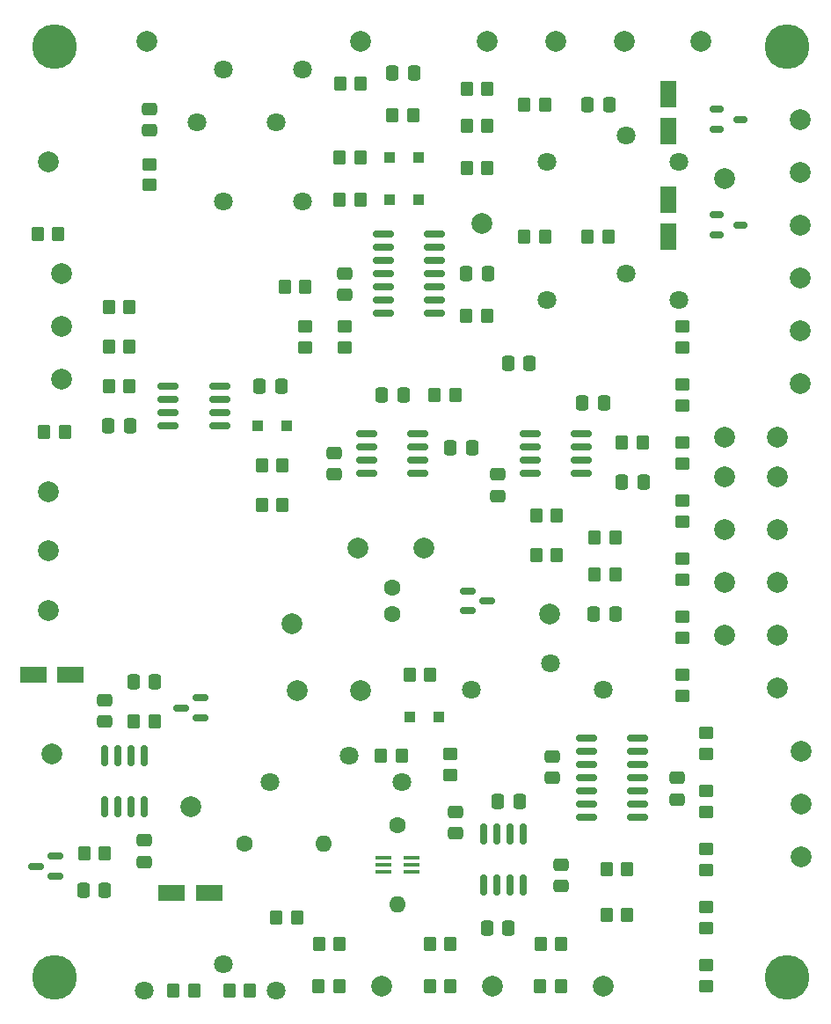
<source format=gbr>
%TF.GenerationSoftware,KiCad,Pcbnew,7.0.9-7.0.9~ubuntu23.04.1*%
%TF.CreationDate,2024-01-02T14:37:14+01:00*%
%TF.ProjectId,vco_1,76636f5f-312e-46b6-9963-61645f706362,rev?*%
%TF.SameCoordinates,Original*%
%TF.FileFunction,Soldermask,Top*%
%TF.FilePolarity,Negative*%
%FSLAX46Y46*%
G04 Gerber Fmt 4.6, Leading zero omitted, Abs format (unit mm)*
G04 Created by KiCad (PCBNEW 7.0.9-7.0.9~ubuntu23.04.1) date 2024-01-02 14:37:14*
%MOMM*%
%LPD*%
G01*
G04 APERTURE LIST*
G04 Aperture macros list*
%AMRoundRect*
0 Rectangle with rounded corners*
0 $1 Rounding radius*
0 $2 $3 $4 $5 $6 $7 $8 $9 X,Y pos of 4 corners*
0 Add a 4 corners polygon primitive as box body*
4,1,4,$2,$3,$4,$5,$6,$7,$8,$9,$2,$3,0*
0 Add four circle primitives for the rounded corners*
1,1,$1+$1,$2,$3*
1,1,$1+$1,$4,$5*
1,1,$1+$1,$6,$7*
1,1,$1+$1,$8,$9*
0 Add four rect primitives between the rounded corners*
20,1,$1+$1,$2,$3,$4,$5,0*
20,1,$1+$1,$4,$5,$6,$7,0*
20,1,$1+$1,$6,$7,$8,$9,0*
20,1,$1+$1,$8,$9,$2,$3,0*%
G04 Aperture macros list end*
%ADD10C,2.000000*%
%ADD11RoundRect,0.250000X-0.337500X-0.475000X0.337500X-0.475000X0.337500X0.475000X-0.337500X0.475000X0*%
%ADD12RoundRect,0.250000X0.350000X0.450000X-0.350000X0.450000X-0.350000X-0.450000X0.350000X-0.450000X0*%
%ADD13RoundRect,0.250000X-0.350000X-0.450000X0.350000X-0.450000X0.350000X0.450000X-0.350000X0.450000X0*%
%ADD14RoundRect,0.250000X0.450000X-0.350000X0.450000X0.350000X-0.450000X0.350000X-0.450000X-0.350000X0*%
%ADD15RoundRect,0.250000X0.337500X0.475000X-0.337500X0.475000X-0.337500X-0.475000X0.337500X-0.475000X0*%
%ADD16RoundRect,0.250000X0.475000X-0.337500X0.475000X0.337500X-0.475000X0.337500X-0.475000X-0.337500X0*%
%ADD17C,4.300000*%
%ADD18RoundRect,0.250000X1.050000X0.550000X-1.050000X0.550000X-1.050000X-0.550000X1.050000X-0.550000X0*%
%ADD19RoundRect,0.250000X-0.475000X0.337500X-0.475000X-0.337500X0.475000X-0.337500X0.475000X0.337500X0*%
%ADD20RoundRect,0.150000X-0.825000X-0.150000X0.825000X-0.150000X0.825000X0.150000X-0.825000X0.150000X0*%
%ADD21C,1.600000*%
%ADD22O,1.600000X1.600000*%
%ADD23RoundRect,0.150000X0.150000X-0.825000X0.150000X0.825000X-0.150000X0.825000X-0.150000X-0.825000X0*%
%ADD24RoundRect,0.250000X-0.550000X1.050000X-0.550000X-1.050000X0.550000X-1.050000X0.550000X1.050000X0*%
%ADD25RoundRect,0.150000X-0.512500X-0.150000X0.512500X-0.150000X0.512500X0.150000X-0.512500X0.150000X0*%
%ADD26RoundRect,0.250000X-0.300000X-0.300000X0.300000X-0.300000X0.300000X0.300000X-0.300000X0.300000X0*%
%ADD27RoundRect,0.150000X0.587500X0.150000X-0.587500X0.150000X-0.587500X-0.150000X0.587500X-0.150000X0*%
%ADD28RoundRect,0.150000X-0.587500X-0.150000X0.587500X-0.150000X0.587500X0.150000X-0.587500X0.150000X0*%
%ADD29RoundRect,0.250000X0.300000X0.300000X-0.300000X0.300000X-0.300000X-0.300000X0.300000X-0.300000X0*%
%ADD30RoundRect,0.250000X-1.050000X-0.550000X1.050000X-0.550000X1.050000X0.550000X-1.050000X0.550000X0*%
%ADD31RoundRect,0.250000X-0.450000X0.350000X-0.450000X-0.350000X0.450000X-0.350000X0.450000X0.350000X0*%
%ADD32R,1.500000X0.400000*%
%ADD33RoundRect,0.250000X0.550000X-1.050000X0.550000X1.050000X-0.550000X1.050000X-0.550000X-1.050000X0*%
%ADD34C,1.800000*%
G04 APERTURE END LIST*
D10*
%TO.C,TP7*%
X67564000Y-109347000D03*
%TD*%
D11*
%TO.C,C18*%
X88900000Y-81661000D03*
X90975000Y-81661000D03*
%TD*%
D12*
%TO.C,R45*%
X72612000Y-53975000D03*
X70612000Y-53975000D03*
%TD*%
D13*
%TO.C,R1*%
X45698500Y-112265000D03*
X47698500Y-112265000D03*
%TD*%
D10*
%TO.C,SW2*%
X107696000Y-84963000D03*
X107696000Y-88773000D03*
X107696000Y-93853000D03*
X107696000Y-98933000D03*
X107696000Y-104013000D03*
X107696000Y-109093000D03*
X102616000Y-84963000D03*
X102616000Y-88773000D03*
X102616000Y-93853000D03*
X102616000Y-98933000D03*
X102616000Y-104013000D03*
%TD*%
D12*
%TO.C,R23*%
X86868000Y-133731000D03*
X84868000Y-133731000D03*
%TD*%
D14*
%TO.C,R18*%
X98552000Y-81899000D03*
X98552000Y-79899000D03*
%TD*%
D12*
%TO.C,R21*%
X76200000Y-137795000D03*
X74200000Y-137795000D03*
%TD*%
D10*
%TO.C,J10*%
X37465000Y-101600000D03*
%TD*%
D11*
%TO.C,C29*%
X89408000Y-52959000D03*
X91483000Y-52959000D03*
%TD*%
D15*
%TO.C,C8*%
X81809500Y-132207000D03*
X79734500Y-132207000D03*
%TD*%
D16*
%TO.C,C15*%
X65024000Y-88519000D03*
X65024000Y-86444000D03*
%TD*%
D14*
%TO.C,R56*%
X100838000Y-137763000D03*
X100838000Y-135763000D03*
%TD*%
D11*
%TO.C,C20*%
X92710000Y-89281000D03*
X94785000Y-89281000D03*
%TD*%
D14*
%TO.C,R16*%
X98552000Y-93075000D03*
X98552000Y-91075000D03*
%TD*%
%TO.C,R19*%
X98552000Y-76295000D03*
X98552000Y-74295000D03*
%TD*%
D17*
%TO.C,REF\u002A\u002A*%
X38100000Y-47371000D03*
%TD*%
D18*
%TO.C,C3*%
X39646000Y-107820000D03*
X36046000Y-107820000D03*
%TD*%
D19*
%TO.C,C10*%
X86868000Y-126089500D03*
X86868000Y-128164500D03*
%TD*%
D20*
%TO.C,U10*%
X49025000Y-80010000D03*
X49025000Y-81280000D03*
X49025000Y-82550000D03*
X49025000Y-83820000D03*
X53975000Y-83820000D03*
X53975000Y-82550000D03*
X53975000Y-81280000D03*
X53975000Y-80010000D03*
%TD*%
D21*
%TO.C,TH1*%
X71120000Y-122301000D03*
D22*
X71120000Y-129921000D03*
%TD*%
D20*
%TO.C,U9*%
X69726000Y-65405000D03*
X69726000Y-66675000D03*
X69726000Y-67945000D03*
X69726000Y-69215000D03*
X69726000Y-70485000D03*
X69726000Y-71755000D03*
X69726000Y-73025000D03*
X74676000Y-73025000D03*
X74676000Y-71755000D03*
X74676000Y-70485000D03*
X74676000Y-69215000D03*
X74676000Y-67945000D03*
X74676000Y-66675000D03*
X74676000Y-65405000D03*
%TD*%
D10*
%TO.C,TP9*%
X86360000Y-46863000D03*
%TD*%
D23*
%TO.C,U3*%
X42926000Y-120520000D03*
X44196000Y-120520000D03*
X45466000Y-120520000D03*
X46736000Y-120520000D03*
X46736000Y-115570000D03*
X45466000Y-115570000D03*
X44196000Y-115570000D03*
X42926000Y-115570000D03*
%TD*%
D12*
%TO.C,R25*%
X93218000Y-130937000D03*
X91218000Y-130937000D03*
%TD*%
D24*
%TO.C,C2*%
X97155000Y-51921000D03*
X97155000Y-55521000D03*
%TD*%
D11*
%TO.C,C16*%
X40851000Y-128521000D03*
X42926000Y-128521000D03*
%TD*%
D10*
%TO.C,TP4*%
X51181000Y-120520000D03*
%TD*%
D16*
%TO.C,C23*%
X47244000Y-55415000D03*
X47244000Y-53340000D03*
%TD*%
D20*
%TO.C,U7*%
X68137000Y-84582000D03*
X68137000Y-85852000D03*
X68137000Y-87122000D03*
X68137000Y-88392000D03*
X73087000Y-88392000D03*
X73087000Y-87122000D03*
X73087000Y-85852000D03*
X73087000Y-84582000D03*
%TD*%
D12*
%TO.C,R20*%
X93218000Y-126492000D03*
X91218000Y-126492000D03*
%TD*%
D17*
%TO.C,REF\u002A\u002A*%
X108585000Y-47371000D03*
%TD*%
D13*
%TO.C,R42*%
X84455000Y-96266000D03*
X86455000Y-96266000D03*
%TD*%
D25*
%TO.C,Q2*%
X101865000Y-63566000D03*
X101865000Y-65466000D03*
X104140000Y-64516000D03*
%TD*%
D26*
%TO.C,D2*%
X70352000Y-62103000D03*
X73152000Y-62103000D03*
%TD*%
D14*
%TO.C,R15*%
X98552000Y-98647000D03*
X98552000Y-96647000D03*
%TD*%
D19*
%TO.C,C19*%
X80772000Y-88519000D03*
X80772000Y-90594000D03*
%TD*%
D13*
%TO.C,R44*%
X92710000Y-85471000D03*
X94710000Y-85471000D03*
%TD*%
D27*
%TO.C,U1*%
X52118500Y-111945000D03*
X52118500Y-110045000D03*
X50243500Y-110995000D03*
%TD*%
D12*
%TO.C,R29*%
X71501000Y-115570000D03*
X69501000Y-115570000D03*
%TD*%
D13*
%TO.C,R36*%
X77756000Y-51435000D03*
X79756000Y-51435000D03*
%TD*%
D12*
%TO.C,R38*%
X79756000Y-59055000D03*
X77756000Y-59055000D03*
%TD*%
D28*
%TO.C,Q3*%
X77881000Y-99761000D03*
X77881000Y-101661000D03*
X79756000Y-100711000D03*
%TD*%
D29*
%TO.C,D4*%
X60455000Y-83820000D03*
X57655000Y-83820000D03*
%TD*%
D13*
%TO.C,R62*%
X43320000Y-72390000D03*
X45320000Y-72390000D03*
%TD*%
D16*
%TO.C,C24*%
X85979000Y-117729000D03*
X85979000Y-115654000D03*
%TD*%
D12*
%TO.C,R7*%
X65532000Y-133731000D03*
X63532000Y-133731000D03*
%TD*%
D13*
%TO.C,R47*%
X65532000Y-58039000D03*
X67532000Y-58039000D03*
%TD*%
%TO.C,R30*%
X72260000Y-107823000D03*
X74260000Y-107823000D03*
%TD*%
D14*
%TO.C,R12*%
X100838000Y-115411000D03*
X100838000Y-113411000D03*
%TD*%
D15*
%TO.C,C22*%
X72687000Y-49911000D03*
X70612000Y-49911000D03*
%TD*%
D10*
%TO.C,TP11*%
X73660000Y-95631000D03*
%TD*%
D25*
%TO.C,Q1*%
X101865000Y-53406000D03*
X101865000Y-55306000D03*
X104140000Y-54356000D03*
%TD*%
D15*
%TO.C,C11*%
X82847000Y-120015000D03*
X80772000Y-120015000D03*
%TD*%
D14*
%TO.C,R13*%
X98552000Y-109823000D03*
X98552000Y-107823000D03*
%TD*%
D15*
%TO.C,C28*%
X92075000Y-101981000D03*
X90000000Y-101981000D03*
%TD*%
D13*
%TO.C,R37*%
X83312000Y-52959000D03*
X85312000Y-52959000D03*
%TD*%
D30*
%TO.C,C30*%
X49381000Y-128775000D03*
X52981000Y-128775000D03*
%TD*%
D14*
%TO.C,R14*%
X98552000Y-104235000D03*
X98552000Y-102235000D03*
%TD*%
D13*
%TO.C,R27*%
X49546000Y-138176000D03*
X51546000Y-138176000D03*
%TD*%
D20*
%TO.C,U4*%
X89284000Y-113919000D03*
X89284000Y-115189000D03*
X89284000Y-116459000D03*
X89284000Y-117729000D03*
X89284000Y-118999000D03*
X89284000Y-120269000D03*
X89284000Y-121539000D03*
X94234000Y-121539000D03*
X94234000Y-120269000D03*
X94234000Y-118999000D03*
X94234000Y-117729000D03*
X94234000Y-116459000D03*
X94234000Y-115189000D03*
X94234000Y-113919000D03*
%TD*%
D31*
%TO.C,R55*%
X62230000Y-74295000D03*
X62230000Y-76295000D03*
%TD*%
D10*
%TO.C,J2*%
X109855000Y-79756000D03*
X109855000Y-74676000D03*
X109855000Y-69596000D03*
%TD*%
D12*
%TO.C,R22*%
X86852000Y-137795000D03*
X84852000Y-137795000D03*
%TD*%
D16*
%TO.C,C9*%
X76708000Y-123063000D03*
X76708000Y-120988000D03*
%TD*%
D10*
%TO.C,J6*%
X79756000Y-46863000D03*
%TD*%
%TO.C,TP10*%
X67310000Y-95631000D03*
%TD*%
D13*
%TO.C,R53*%
X60230000Y-70485000D03*
X62230000Y-70485000D03*
%TD*%
D14*
%TO.C,R17*%
X98552000Y-87487000D03*
X98552000Y-85487000D03*
%TD*%
D10*
%TO.C,RV2*%
X109982000Y-125349000D03*
X109982000Y-120269000D03*
X109982000Y-115189000D03*
%TD*%
D31*
%TO.C,R54*%
X66040000Y-74295000D03*
X66040000Y-76295000D03*
%TD*%
D16*
%TO.C,C6*%
X42926000Y-112330000D03*
X42926000Y-110255000D03*
%TD*%
D10*
%TO.C,J3*%
X90932000Y-137795000D03*
%TD*%
%TO.C,TP1*%
X102616000Y-60071000D03*
%TD*%
D11*
%TO.C,C14*%
X76200000Y-85979000D03*
X78275000Y-85979000D03*
%TD*%
D13*
%TO.C,R28*%
X59452000Y-131191000D03*
X61452000Y-131191000D03*
%TD*%
D10*
%TO.C,J4*%
X80264000Y-137795000D03*
%TD*%
D13*
%TO.C,R49*%
X65564000Y-50927000D03*
X67564000Y-50927000D03*
%TD*%
D11*
%TO.C,C27*%
X45698500Y-108455000D03*
X47773500Y-108455000D03*
%TD*%
D16*
%TO.C,C25*%
X98044000Y-119804000D03*
X98044000Y-117729000D03*
%TD*%
D12*
%TO.C,R59*%
X60055000Y-87630000D03*
X58055000Y-87630000D03*
%TD*%
%TO.C,R61*%
X45320000Y-80010000D03*
X43320000Y-80010000D03*
%TD*%
D10*
%TO.C,J1*%
X109855000Y-64516000D03*
X109855000Y-59436000D03*
X109855000Y-54356000D03*
%TD*%
D16*
%TO.C,C7*%
X46736000Y-125835000D03*
X46736000Y-123760000D03*
%TD*%
D10*
%TO.C,TP6*%
X61468000Y-109347000D03*
%TD*%
%TO.C,J9*%
X37465000Y-90170000D03*
%TD*%
D11*
%TO.C,C26*%
X69596000Y-80899000D03*
X71671000Y-80899000D03*
%TD*%
D13*
%TO.C,R52*%
X43320000Y-76200000D03*
X45320000Y-76200000D03*
%TD*%
D12*
%TO.C,R50*%
X39100000Y-84455000D03*
X37100000Y-84455000D03*
%TD*%
D21*
%TO.C,C13*%
X70612000Y-101961000D03*
X70612000Y-99461000D03*
%TD*%
D32*
%TO.C,U6*%
X69790000Y-125461000D03*
X69790000Y-126111000D03*
X69790000Y-126761000D03*
X72450000Y-126761000D03*
X72450000Y-126111000D03*
X72450000Y-125461000D03*
%TD*%
D10*
%TO.C,TP3*%
X100330000Y-46863000D03*
%TD*%
%TO.C,J7*%
X46990000Y-46863000D03*
%TD*%
%TO.C,TP13*%
X37465000Y-95885000D03*
%TD*%
D14*
%TO.C,R11*%
X100838000Y-120999000D03*
X100838000Y-118999000D03*
%TD*%
D13*
%TO.C,R39*%
X77756000Y-54991000D03*
X79756000Y-54991000D03*
%TD*%
D10*
%TO.C,J5*%
X69596000Y-137795000D03*
%TD*%
D14*
%TO.C,R31*%
X76200000Y-117459000D03*
X76200000Y-115459000D03*
%TD*%
D13*
%TO.C,R57*%
X90075000Y-94615000D03*
X92075000Y-94615000D03*
%TD*%
D10*
%TO.C,TP5*%
X37846000Y-115440000D03*
%TD*%
D13*
%TO.C,R33*%
X83312000Y-65659000D03*
X85312000Y-65659000D03*
%TD*%
D21*
%TO.C,R32*%
X56388000Y-124079000D03*
D22*
X64008000Y-124079000D03*
%TD*%
D12*
%TO.C,R41*%
X86455000Y-92456000D03*
X84455000Y-92456000D03*
%TD*%
D11*
%TO.C,C4*%
X57850000Y-80010000D03*
X59925000Y-80010000D03*
%TD*%
D14*
%TO.C,R10*%
X100838000Y-126587000D03*
X100838000Y-124587000D03*
%TD*%
D13*
%TO.C,R35*%
X89408000Y-65659000D03*
X91408000Y-65659000D03*
%TD*%
D12*
%TO.C,R46*%
X67532000Y-62103000D03*
X65532000Y-62103000D03*
%TD*%
D20*
%TO.C,U8*%
X83885000Y-84582000D03*
X83885000Y-85852000D03*
X83885000Y-87122000D03*
X83885000Y-88392000D03*
X88835000Y-88392000D03*
X88835000Y-87122000D03*
X88835000Y-85852000D03*
X88835000Y-84582000D03*
%TD*%
D13*
%TO.C,R58*%
X90075000Y-98171000D03*
X92075000Y-98171000D03*
%TD*%
D14*
%TO.C,R9*%
X100838000Y-132175000D03*
X100838000Y-130175000D03*
%TD*%
D19*
%TO.C,C12*%
X66040000Y-69193500D03*
X66040000Y-71268500D03*
%TD*%
D13*
%TO.C,R34*%
X77740000Y-73279000D03*
X79740000Y-73279000D03*
%TD*%
D12*
%TO.C,R8*%
X65484000Y-137795000D03*
X63484000Y-137795000D03*
%TD*%
D29*
%TO.C,D1*%
X75060000Y-111887000D03*
X72260000Y-111887000D03*
%TD*%
D27*
%TO.C,U2*%
X38148500Y-127185000D03*
X38148500Y-125285000D03*
X36273500Y-126235000D03*
%TD*%
D10*
%TO.C,TP14*%
X60960000Y-102870000D03*
%TD*%
%TO.C,TP2*%
X92964000Y-46863000D03*
%TD*%
D13*
%TO.C,R40*%
X74676000Y-80899000D03*
X76676000Y-80899000D03*
%TD*%
D11*
%TO.C,C17*%
X81745000Y-77851000D03*
X83820000Y-77851000D03*
%TD*%
D13*
%TO.C,R26*%
X54896000Y-138176000D03*
X56896000Y-138176000D03*
%TD*%
D14*
%TO.C,R48*%
X47244000Y-60690000D03*
X47244000Y-58690000D03*
%TD*%
D12*
%TO.C,R51*%
X38465000Y-65405000D03*
X36465000Y-65405000D03*
%TD*%
D10*
%TO.C,TP8*%
X79248000Y-64389000D03*
%TD*%
%TO.C,J8*%
X37465000Y-58420000D03*
%TD*%
D26*
%TO.C,D3*%
X70352000Y-58039000D03*
X73152000Y-58039000D03*
%TD*%
D10*
%TO.C,TP12*%
X67564000Y-46863000D03*
%TD*%
D17*
%TO.C,REF\u002A\u002A*%
X108585000Y-136906000D03*
%TD*%
D13*
%TO.C,R60*%
X58055000Y-91440000D03*
X60055000Y-91440000D03*
%TD*%
D15*
%TO.C,C21*%
X79799000Y-69215000D03*
X77724000Y-69215000D03*
%TD*%
D17*
%TO.C,REF\u002A\u002A*%
X38100000Y-136906000D03*
%TD*%
D23*
%TO.C,U5*%
X79375000Y-128078000D03*
X80645000Y-128078000D03*
X81915000Y-128078000D03*
X83185000Y-128078000D03*
X83185000Y-123128000D03*
X81915000Y-123128000D03*
X80645000Y-123128000D03*
X79375000Y-123128000D03*
%TD*%
D10*
%TO.C,RV10*%
X38735000Y-79375000D03*
X38735000Y-74295000D03*
X38735000Y-69215000D03*
%TD*%
%TO.C,J11*%
X85725000Y-101981000D03*
%TD*%
D13*
%TO.C,R43*%
X40926000Y-124965000D03*
X42926000Y-124965000D03*
%TD*%
D11*
%TO.C,C5*%
X43282500Y-83820000D03*
X45357500Y-83820000D03*
%TD*%
D33*
%TO.C,C1*%
X97155000Y-65681000D03*
X97155000Y-62081000D03*
%TD*%
D12*
%TO.C,R24*%
X76200000Y-133731000D03*
X74200000Y-133731000D03*
%TD*%
D34*
%TO.C,RV6*%
X85471000Y-58420000D03*
X93091000Y-55880000D03*
X98171000Y-58420000D03*
%TD*%
%TO.C,RV7*%
X85471000Y-71755000D03*
X93091000Y-69215000D03*
X98171000Y-71755000D03*
%TD*%
%TO.C,RV4*%
X58801000Y-118110000D03*
X66421000Y-115570000D03*
X71501000Y-118110000D03*
%TD*%
%TO.C,RV9*%
X61981000Y-62230000D03*
X59441000Y-54610000D03*
X61981000Y-49530000D03*
%TD*%
%TO.C,RV3*%
X46736000Y-138176000D03*
X54356000Y-135636000D03*
X59436000Y-138176000D03*
%TD*%
%TO.C,RV8*%
X54356000Y-62230000D03*
X51816000Y-54610000D03*
X54356000Y-49530000D03*
%TD*%
%TO.C,RV5*%
X78246000Y-109225000D03*
X85866000Y-106685000D03*
X90946000Y-109225000D03*
%TD*%
M02*

</source>
